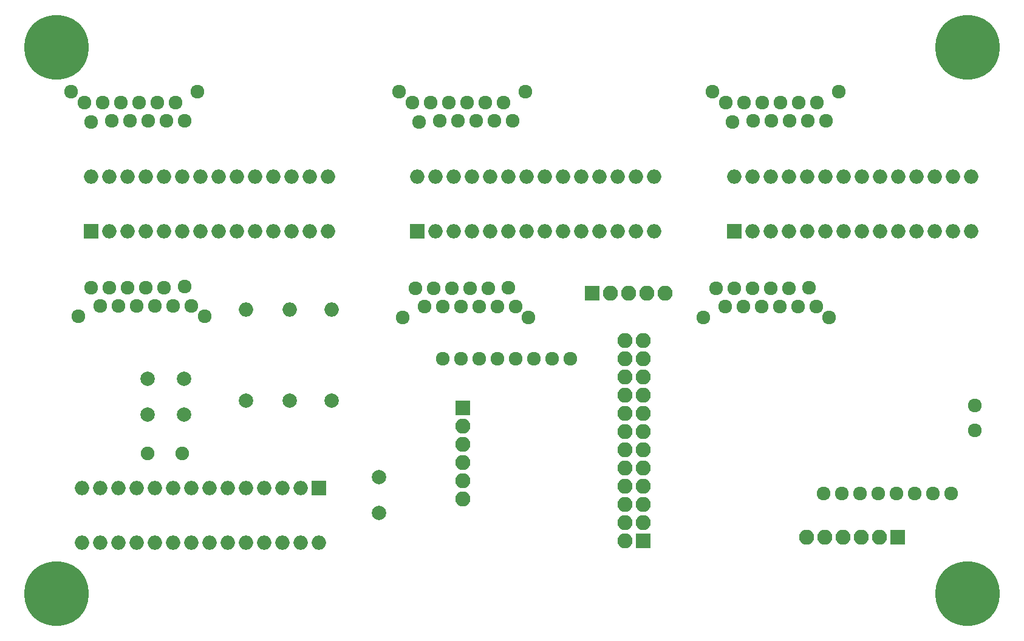
<source format=gbr>
G04 #@! TF.FileFunction,Soldermask,Top*
%FSLAX46Y46*%
G04 Gerber Fmt 4.6, Leading zero omitted, Abs format (unit mm)*
G04 Created by KiCad (PCBNEW 4.0.6) date 05/08/17 22:06:13*
%MOMM*%
%LPD*%
G01*
G04 APERTURE LIST*
%ADD10C,0.100000*%
%ADD11C,1.924000*%
%ADD12R,2.000000X2.000000*%
%ADD13O,2.000000X2.000000*%
%ADD14C,2.000000*%
%ADD15R,2.100000X2.100000*%
%ADD16O,2.100000X2.100000*%
%ADD17C,1.900000*%
%ADD18C,9.000000*%
G04 APERTURE END LIST*
D10*
D11*
X182087596Y-112419520D03*
X181102000Y-109728000D03*
X179547596Y-112419520D03*
X178277596Y-109879520D03*
X177007596Y-112419520D03*
X175737596Y-109879520D03*
X174467596Y-112419520D03*
X173197596Y-109879520D03*
X171927596Y-112419520D03*
X170657596Y-109879520D03*
X169387596Y-112419520D03*
X168117596Y-109879520D03*
X166317596Y-113899520D03*
X183887596Y-113899520D03*
X94996000Y-112268000D03*
X94010404Y-109576480D03*
X92456000Y-112268000D03*
X91186000Y-109728000D03*
X89916000Y-112268000D03*
X88646000Y-109728000D03*
X87376000Y-112268000D03*
X86106000Y-109728000D03*
X84836000Y-112268000D03*
X83566000Y-109728000D03*
X82296000Y-112268000D03*
X81026000Y-109728000D03*
X79226000Y-113748000D03*
X96796000Y-113748000D03*
X169448404Y-83922480D03*
X170434000Y-86614000D03*
X171988404Y-83922480D03*
X173258404Y-86462480D03*
X174528404Y-83922480D03*
X175798404Y-86462480D03*
X177068404Y-83922480D03*
X178338404Y-86462480D03*
X179608404Y-83922480D03*
X180878404Y-86462480D03*
X182148404Y-83922480D03*
X183418404Y-86462480D03*
X185218404Y-82442480D03*
X167648404Y-82442480D03*
D12*
X126492000Y-101854000D03*
D13*
X159512000Y-94234000D03*
X129032000Y-101854000D03*
X156972000Y-94234000D03*
X131572000Y-101854000D03*
X154432000Y-94234000D03*
X134112000Y-101854000D03*
X151892000Y-94234000D03*
X136652000Y-101854000D03*
X149352000Y-94234000D03*
X139192000Y-101854000D03*
X146812000Y-94234000D03*
X141732000Y-101854000D03*
X144272000Y-94234000D03*
X144272000Y-101854000D03*
X141732000Y-94234000D03*
X146812000Y-101854000D03*
X139192000Y-94234000D03*
X149352000Y-101854000D03*
X136652000Y-94234000D03*
X151892000Y-101854000D03*
X134112000Y-94234000D03*
X154432000Y-101854000D03*
X131572000Y-94234000D03*
X156972000Y-101854000D03*
X129032000Y-94234000D03*
X159512000Y-101854000D03*
X126492000Y-94234000D03*
D11*
X130048000Y-119634000D03*
X132588000Y-119634000D03*
X135128000Y-119634000D03*
X137668000Y-119634000D03*
X140208000Y-119634000D03*
X142748000Y-119634000D03*
X145288000Y-119634000D03*
X147828000Y-119634000D03*
D14*
X121158000Y-136144000D03*
X121158000Y-141144000D03*
D15*
X132842000Y-126492000D03*
D16*
X132842000Y-129032000D03*
X132842000Y-131572000D03*
X132842000Y-134112000D03*
X132842000Y-136652000D03*
X132842000Y-139192000D03*
D15*
X157988000Y-145034000D03*
D16*
X155448000Y-145034000D03*
X157988000Y-142494000D03*
X155448000Y-142494000D03*
X157988000Y-139954000D03*
X155448000Y-139954000D03*
X157988000Y-137414000D03*
X155448000Y-137414000D03*
X157988000Y-134874000D03*
X155448000Y-134874000D03*
X157988000Y-132334000D03*
X155448000Y-132334000D03*
X157988000Y-129794000D03*
X155448000Y-129794000D03*
X157988000Y-127254000D03*
X155448000Y-127254000D03*
X157988000Y-124714000D03*
X155448000Y-124714000D03*
X157988000Y-122174000D03*
X155448000Y-122174000D03*
X157988000Y-119634000D03*
X155448000Y-119634000D03*
X157988000Y-117094000D03*
X155448000Y-117094000D03*
D14*
X102616000Y-125476000D03*
D13*
X102616000Y-112776000D03*
D14*
X114554000Y-125476000D03*
D13*
X114554000Y-112776000D03*
D14*
X108712000Y-125476000D03*
D13*
X108712000Y-112776000D03*
D15*
X150876000Y-110490000D03*
D16*
X153416000Y-110490000D03*
X155956000Y-110490000D03*
X158496000Y-110490000D03*
X161036000Y-110490000D03*
D11*
X183134000Y-138430000D03*
X185674000Y-138430000D03*
X188214000Y-138430000D03*
X190754000Y-138430000D03*
X193294000Y-138430000D03*
X195834000Y-138430000D03*
X198374000Y-138430000D03*
X200914000Y-138430000D03*
X204216000Y-129667000D03*
X204216000Y-126167000D03*
D12*
X81026000Y-101854000D03*
D13*
X114046000Y-94234000D03*
X83566000Y-101854000D03*
X111506000Y-94234000D03*
X86106000Y-101854000D03*
X108966000Y-94234000D03*
X88646000Y-101854000D03*
X106426000Y-94234000D03*
X91186000Y-101854000D03*
X103886000Y-94234000D03*
X93726000Y-101854000D03*
X101346000Y-94234000D03*
X96266000Y-101854000D03*
X98806000Y-94234000D03*
X98806000Y-101854000D03*
X96266000Y-94234000D03*
X101346000Y-101854000D03*
X93726000Y-94234000D03*
X103886000Y-101854000D03*
X91186000Y-94234000D03*
X106426000Y-101854000D03*
X88646000Y-94234000D03*
X108966000Y-101854000D03*
X86106000Y-94234000D03*
X111506000Y-101854000D03*
X83566000Y-94234000D03*
X114046000Y-101854000D03*
X81026000Y-94234000D03*
D12*
X170688000Y-101854000D03*
D13*
X203708000Y-94234000D03*
X173228000Y-101854000D03*
X201168000Y-94234000D03*
X175768000Y-101854000D03*
X198628000Y-94234000D03*
X178308000Y-101854000D03*
X196088000Y-94234000D03*
X180848000Y-101854000D03*
X193548000Y-94234000D03*
X183388000Y-101854000D03*
X191008000Y-94234000D03*
X185928000Y-101854000D03*
X188468000Y-94234000D03*
X188468000Y-101854000D03*
X185928000Y-94234000D03*
X191008000Y-101854000D03*
X183388000Y-94234000D03*
X193548000Y-101854000D03*
X180848000Y-94234000D03*
X196088000Y-101854000D03*
X178308000Y-94234000D03*
X198628000Y-101854000D03*
X175768000Y-94234000D03*
X201168000Y-101854000D03*
X173228000Y-94234000D03*
X203708000Y-101854000D03*
X170688000Y-94234000D03*
D12*
X112776000Y-137668000D03*
D13*
X79756000Y-145288000D03*
X110236000Y-137668000D03*
X82296000Y-145288000D03*
X107696000Y-137668000D03*
X84836000Y-145288000D03*
X105156000Y-137668000D03*
X87376000Y-145288000D03*
X102616000Y-137668000D03*
X89916000Y-145288000D03*
X100076000Y-137668000D03*
X92456000Y-145288000D03*
X97536000Y-137668000D03*
X94996000Y-145288000D03*
X94996000Y-137668000D03*
X97536000Y-145288000D03*
X92456000Y-137668000D03*
X100076000Y-145288000D03*
X89916000Y-137668000D03*
X102616000Y-145288000D03*
X87376000Y-137668000D03*
X105156000Y-145288000D03*
X84836000Y-137668000D03*
X107696000Y-145288000D03*
X82296000Y-137668000D03*
X110236000Y-145288000D03*
X79756000Y-137668000D03*
X112776000Y-145288000D03*
D17*
X93726000Y-132842000D03*
X88846000Y-132842000D03*
D14*
X93980000Y-122428000D03*
X93980000Y-127428000D03*
X88900000Y-122428000D03*
X88900000Y-127428000D03*
D18*
X76200000Y-76200000D03*
X76200000Y-152400000D03*
X203200000Y-152400000D03*
X203200000Y-76200000D03*
D15*
X193421000Y-144526000D03*
D16*
X190881000Y-144526000D03*
X188341000Y-144526000D03*
X185801000Y-144526000D03*
X183261000Y-144526000D03*
X180721000Y-144526000D03*
D11*
X80040404Y-83922480D03*
X81026000Y-86614000D03*
X82580404Y-83922480D03*
X83850404Y-86462480D03*
X85120404Y-83922480D03*
X86390404Y-86462480D03*
X87660404Y-83922480D03*
X88930404Y-86462480D03*
X90200404Y-83922480D03*
X91470404Y-86462480D03*
X92740404Y-83922480D03*
X94010404Y-86462480D03*
X95810404Y-82442480D03*
X78240404Y-82442480D03*
X140177596Y-112419520D03*
X139192000Y-109728000D03*
X137637596Y-112419520D03*
X136367596Y-109879520D03*
X135097596Y-112419520D03*
X133827596Y-109879520D03*
X132557596Y-112419520D03*
X131287596Y-109879520D03*
X130017596Y-112419520D03*
X128747596Y-109879520D03*
X127477596Y-112419520D03*
X126207596Y-109879520D03*
X124407596Y-113899520D03*
X141977596Y-113899520D03*
X125760404Y-83922480D03*
X126746000Y-86614000D03*
X128300404Y-83922480D03*
X129570404Y-86462480D03*
X130840404Y-83922480D03*
X132110404Y-86462480D03*
X133380404Y-83922480D03*
X134650404Y-86462480D03*
X135920404Y-83922480D03*
X137190404Y-86462480D03*
X138460404Y-83922480D03*
X139730404Y-86462480D03*
X141530404Y-82442480D03*
X123960404Y-82442480D03*
M02*

</source>
